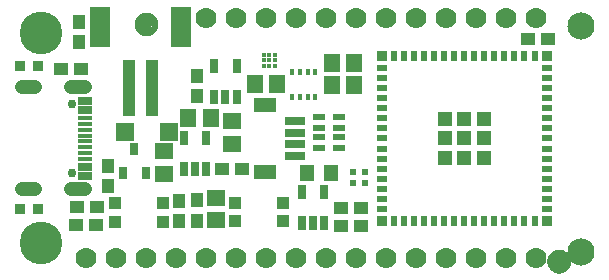
<source format=gbr>
G04 EAGLE Gerber RS-274X export*
G75*
%MOMM*%
%FSLAX34Y34*%
%LPD*%
%INSoldermask Top*%
%IPPOS*%
%AMOC8*
5,1,8,0,0,1.08239X$1,22.5*%
G01*
%ADD10C,2.301600*%
%ADD11R,1.601600X1.341600*%
%ADD12C,1.101600*%
%ADD13C,0.469900*%
%ADD14C,3.617600*%
%ADD15R,0.651600X1.301600*%
%ADD16R,1.501600X1.501600*%
%ADD17C,1.778000*%
%ADD18R,1.101600X4.701600*%
%ADD19R,1.701600X3.501600*%
%ADD20R,0.901600X0.901600*%
%ADD21R,1.176600X1.101600*%
%ADD22R,1.341600X1.601600*%
%ADD23R,1.001600X1.001600*%
%ADD24R,1.101600X1.176600*%
%ADD25R,0.736600X1.117600*%
%ADD26R,1.251600X0.676600*%
%ADD27R,1.251600X0.376600*%
%ADD28C,1.209600*%
%ADD29C,0.751600*%
%ADD30R,0.508000X0.914400*%
%ADD31R,0.914400X0.508000*%
%ADD32R,0.914400X0.914400*%
%ADD33R,1.295400X1.295400*%
%ADD34C,0.376600*%
%ADD35R,1.651600X0.701600*%
%ADD36R,1.901600X1.301600*%
%ADD37R,0.601600X0.601600*%
%ADD38R,0.451600X0.601600*%
%ADD39R,1.301600X1.401600*%
%ADD40R,1.001600X0.551600*%


D10*
X482600Y18415D03*
X482600Y209550D03*
D11*
X129432Y103430D03*
X129432Y84430D03*
X173378Y64018D03*
X173378Y45018D03*
D12*
X114300Y210820D03*
D13*
X121800Y210820D02*
X121798Y211001D01*
X121791Y211182D01*
X121780Y211363D01*
X121765Y211544D01*
X121745Y211724D01*
X121721Y211904D01*
X121693Y212083D01*
X121660Y212261D01*
X121623Y212438D01*
X121582Y212615D01*
X121537Y212790D01*
X121487Y212965D01*
X121433Y213138D01*
X121375Y213309D01*
X121313Y213480D01*
X121246Y213648D01*
X121176Y213815D01*
X121102Y213981D01*
X121023Y214144D01*
X120941Y214305D01*
X120855Y214465D01*
X120765Y214622D01*
X120671Y214777D01*
X120574Y214930D01*
X120472Y215080D01*
X120368Y215228D01*
X120259Y215374D01*
X120148Y215516D01*
X120032Y215656D01*
X119914Y215793D01*
X119792Y215928D01*
X119667Y216059D01*
X119539Y216187D01*
X119408Y216312D01*
X119273Y216434D01*
X119136Y216552D01*
X118996Y216668D01*
X118854Y216779D01*
X118708Y216888D01*
X118560Y216992D01*
X118410Y217094D01*
X118257Y217191D01*
X118102Y217285D01*
X117945Y217375D01*
X117785Y217461D01*
X117624Y217543D01*
X117461Y217622D01*
X117295Y217696D01*
X117128Y217766D01*
X116960Y217833D01*
X116789Y217895D01*
X116618Y217953D01*
X116445Y218007D01*
X116270Y218057D01*
X116095Y218102D01*
X115918Y218143D01*
X115741Y218180D01*
X115563Y218213D01*
X115384Y218241D01*
X115204Y218265D01*
X115024Y218285D01*
X114843Y218300D01*
X114662Y218311D01*
X114481Y218318D01*
X114300Y218320D01*
X121800Y210820D02*
X121798Y210639D01*
X121791Y210458D01*
X121780Y210277D01*
X121765Y210096D01*
X121745Y209916D01*
X121721Y209736D01*
X121693Y209557D01*
X121660Y209379D01*
X121623Y209202D01*
X121582Y209025D01*
X121537Y208850D01*
X121487Y208675D01*
X121433Y208502D01*
X121375Y208331D01*
X121313Y208160D01*
X121246Y207992D01*
X121176Y207825D01*
X121102Y207659D01*
X121023Y207496D01*
X120941Y207335D01*
X120855Y207175D01*
X120765Y207018D01*
X120671Y206863D01*
X120574Y206710D01*
X120472Y206560D01*
X120368Y206412D01*
X120259Y206266D01*
X120148Y206124D01*
X120032Y205984D01*
X119914Y205847D01*
X119792Y205712D01*
X119667Y205581D01*
X119539Y205453D01*
X119408Y205328D01*
X119273Y205206D01*
X119136Y205088D01*
X118996Y204972D01*
X118854Y204861D01*
X118708Y204752D01*
X118560Y204648D01*
X118410Y204546D01*
X118257Y204449D01*
X118102Y204355D01*
X117945Y204265D01*
X117785Y204179D01*
X117624Y204097D01*
X117461Y204018D01*
X117295Y203944D01*
X117128Y203874D01*
X116960Y203807D01*
X116789Y203745D01*
X116618Y203687D01*
X116445Y203633D01*
X116270Y203583D01*
X116095Y203538D01*
X115918Y203497D01*
X115741Y203460D01*
X115563Y203427D01*
X115384Y203399D01*
X115204Y203375D01*
X115024Y203355D01*
X114843Y203340D01*
X114662Y203329D01*
X114481Y203322D01*
X114300Y203320D01*
X114119Y203322D01*
X113938Y203329D01*
X113757Y203340D01*
X113576Y203355D01*
X113396Y203375D01*
X113216Y203399D01*
X113037Y203427D01*
X112859Y203460D01*
X112682Y203497D01*
X112505Y203538D01*
X112330Y203583D01*
X112155Y203633D01*
X111982Y203687D01*
X111811Y203745D01*
X111640Y203807D01*
X111472Y203874D01*
X111305Y203944D01*
X111139Y204018D01*
X110976Y204097D01*
X110815Y204179D01*
X110655Y204265D01*
X110498Y204355D01*
X110343Y204449D01*
X110190Y204546D01*
X110040Y204648D01*
X109892Y204752D01*
X109746Y204861D01*
X109604Y204972D01*
X109464Y205088D01*
X109327Y205206D01*
X109192Y205328D01*
X109061Y205453D01*
X108933Y205581D01*
X108808Y205712D01*
X108686Y205847D01*
X108568Y205984D01*
X108452Y206124D01*
X108341Y206266D01*
X108232Y206412D01*
X108128Y206560D01*
X108026Y206710D01*
X107929Y206863D01*
X107835Y207018D01*
X107745Y207175D01*
X107659Y207335D01*
X107577Y207496D01*
X107498Y207659D01*
X107424Y207825D01*
X107354Y207992D01*
X107287Y208160D01*
X107225Y208331D01*
X107167Y208502D01*
X107113Y208675D01*
X107063Y208850D01*
X107018Y209025D01*
X106977Y209202D01*
X106940Y209379D01*
X106907Y209557D01*
X106879Y209736D01*
X106855Y209916D01*
X106835Y210096D01*
X106820Y210277D01*
X106809Y210458D01*
X106802Y210639D01*
X106800Y210820D01*
X106802Y211001D01*
X106809Y211182D01*
X106820Y211363D01*
X106835Y211544D01*
X106855Y211724D01*
X106879Y211904D01*
X106907Y212083D01*
X106940Y212261D01*
X106977Y212438D01*
X107018Y212615D01*
X107063Y212790D01*
X107113Y212965D01*
X107167Y213138D01*
X107225Y213309D01*
X107287Y213480D01*
X107354Y213648D01*
X107424Y213815D01*
X107498Y213981D01*
X107577Y214144D01*
X107659Y214305D01*
X107745Y214465D01*
X107835Y214622D01*
X107929Y214777D01*
X108026Y214930D01*
X108128Y215080D01*
X108232Y215228D01*
X108341Y215374D01*
X108452Y215516D01*
X108568Y215656D01*
X108686Y215793D01*
X108808Y215928D01*
X108933Y216059D01*
X109061Y216187D01*
X109192Y216312D01*
X109327Y216434D01*
X109464Y216552D01*
X109604Y216668D01*
X109746Y216779D01*
X109892Y216888D01*
X110040Y216992D01*
X110190Y217094D01*
X110343Y217191D01*
X110498Y217285D01*
X110655Y217375D01*
X110815Y217461D01*
X110976Y217543D01*
X111139Y217622D01*
X111305Y217696D01*
X111472Y217766D01*
X111640Y217833D01*
X111811Y217895D01*
X111982Y217953D01*
X112155Y218007D01*
X112330Y218057D01*
X112505Y218102D01*
X112682Y218143D01*
X112859Y218180D01*
X113037Y218213D01*
X113216Y218241D01*
X113396Y218265D01*
X113576Y218285D01*
X113757Y218300D01*
X113938Y218311D01*
X114119Y218318D01*
X114300Y218320D01*
D12*
X463768Y9976D03*
D13*
X471268Y9976D02*
X471266Y10157D01*
X471259Y10338D01*
X471248Y10519D01*
X471233Y10700D01*
X471213Y10880D01*
X471189Y11060D01*
X471161Y11239D01*
X471128Y11417D01*
X471091Y11594D01*
X471050Y11771D01*
X471005Y11946D01*
X470955Y12121D01*
X470901Y12294D01*
X470843Y12465D01*
X470781Y12636D01*
X470714Y12804D01*
X470644Y12971D01*
X470570Y13137D01*
X470491Y13300D01*
X470409Y13461D01*
X470323Y13621D01*
X470233Y13778D01*
X470139Y13933D01*
X470042Y14086D01*
X469940Y14236D01*
X469836Y14384D01*
X469727Y14530D01*
X469616Y14672D01*
X469500Y14812D01*
X469382Y14949D01*
X469260Y15084D01*
X469135Y15215D01*
X469007Y15343D01*
X468876Y15468D01*
X468741Y15590D01*
X468604Y15708D01*
X468464Y15824D01*
X468322Y15935D01*
X468176Y16044D01*
X468028Y16148D01*
X467878Y16250D01*
X467725Y16347D01*
X467570Y16441D01*
X467413Y16531D01*
X467253Y16617D01*
X467092Y16699D01*
X466929Y16778D01*
X466763Y16852D01*
X466596Y16922D01*
X466428Y16989D01*
X466257Y17051D01*
X466086Y17109D01*
X465913Y17163D01*
X465738Y17213D01*
X465563Y17258D01*
X465386Y17299D01*
X465209Y17336D01*
X465031Y17369D01*
X464852Y17397D01*
X464672Y17421D01*
X464492Y17441D01*
X464311Y17456D01*
X464130Y17467D01*
X463949Y17474D01*
X463768Y17476D01*
X471268Y9976D02*
X471266Y9795D01*
X471259Y9614D01*
X471248Y9433D01*
X471233Y9252D01*
X471213Y9072D01*
X471189Y8892D01*
X471161Y8713D01*
X471128Y8535D01*
X471091Y8358D01*
X471050Y8181D01*
X471005Y8006D01*
X470955Y7831D01*
X470901Y7658D01*
X470843Y7487D01*
X470781Y7316D01*
X470714Y7148D01*
X470644Y6981D01*
X470570Y6815D01*
X470491Y6652D01*
X470409Y6491D01*
X470323Y6331D01*
X470233Y6174D01*
X470139Y6019D01*
X470042Y5866D01*
X469940Y5716D01*
X469836Y5568D01*
X469727Y5422D01*
X469616Y5280D01*
X469500Y5140D01*
X469382Y5003D01*
X469260Y4868D01*
X469135Y4737D01*
X469007Y4609D01*
X468876Y4484D01*
X468741Y4362D01*
X468604Y4244D01*
X468464Y4128D01*
X468322Y4017D01*
X468176Y3908D01*
X468028Y3804D01*
X467878Y3702D01*
X467725Y3605D01*
X467570Y3511D01*
X467413Y3421D01*
X467253Y3335D01*
X467092Y3253D01*
X466929Y3174D01*
X466763Y3100D01*
X466596Y3030D01*
X466428Y2963D01*
X466257Y2901D01*
X466086Y2843D01*
X465913Y2789D01*
X465738Y2739D01*
X465563Y2694D01*
X465386Y2653D01*
X465209Y2616D01*
X465031Y2583D01*
X464852Y2555D01*
X464672Y2531D01*
X464492Y2511D01*
X464311Y2496D01*
X464130Y2485D01*
X463949Y2478D01*
X463768Y2476D01*
X463587Y2478D01*
X463406Y2485D01*
X463225Y2496D01*
X463044Y2511D01*
X462864Y2531D01*
X462684Y2555D01*
X462505Y2583D01*
X462327Y2616D01*
X462150Y2653D01*
X461973Y2694D01*
X461798Y2739D01*
X461623Y2789D01*
X461450Y2843D01*
X461279Y2901D01*
X461108Y2963D01*
X460940Y3030D01*
X460773Y3100D01*
X460607Y3174D01*
X460444Y3253D01*
X460283Y3335D01*
X460123Y3421D01*
X459966Y3511D01*
X459811Y3605D01*
X459658Y3702D01*
X459508Y3804D01*
X459360Y3908D01*
X459214Y4017D01*
X459072Y4128D01*
X458932Y4244D01*
X458795Y4362D01*
X458660Y4484D01*
X458529Y4609D01*
X458401Y4737D01*
X458276Y4868D01*
X458154Y5003D01*
X458036Y5140D01*
X457920Y5280D01*
X457809Y5422D01*
X457700Y5568D01*
X457596Y5716D01*
X457494Y5866D01*
X457397Y6019D01*
X457303Y6174D01*
X457213Y6331D01*
X457127Y6491D01*
X457045Y6652D01*
X456966Y6815D01*
X456892Y6981D01*
X456822Y7148D01*
X456755Y7316D01*
X456693Y7487D01*
X456635Y7658D01*
X456581Y7831D01*
X456531Y8006D01*
X456486Y8181D01*
X456445Y8358D01*
X456408Y8535D01*
X456375Y8713D01*
X456347Y8892D01*
X456323Y9072D01*
X456303Y9252D01*
X456288Y9433D01*
X456277Y9614D01*
X456270Y9795D01*
X456268Y9976D01*
X456270Y10157D01*
X456277Y10338D01*
X456288Y10519D01*
X456303Y10700D01*
X456323Y10880D01*
X456347Y11060D01*
X456375Y11239D01*
X456408Y11417D01*
X456445Y11594D01*
X456486Y11771D01*
X456531Y11946D01*
X456581Y12121D01*
X456635Y12294D01*
X456693Y12465D01*
X456755Y12636D01*
X456822Y12804D01*
X456892Y12971D01*
X456966Y13137D01*
X457045Y13300D01*
X457127Y13461D01*
X457213Y13621D01*
X457303Y13778D01*
X457397Y13933D01*
X457494Y14086D01*
X457596Y14236D01*
X457700Y14384D01*
X457809Y14530D01*
X457920Y14672D01*
X458036Y14812D01*
X458154Y14949D01*
X458276Y15084D01*
X458401Y15215D01*
X458529Y15343D01*
X458660Y15468D01*
X458795Y15590D01*
X458932Y15708D01*
X459072Y15824D01*
X459214Y15935D01*
X459360Y16044D01*
X459508Y16148D01*
X459658Y16250D01*
X459811Y16347D01*
X459966Y16441D01*
X460123Y16531D01*
X460283Y16617D01*
X460444Y16699D01*
X460607Y16778D01*
X460773Y16852D01*
X460940Y16922D01*
X461108Y16989D01*
X461279Y17051D01*
X461450Y17109D01*
X461623Y17163D01*
X461798Y17213D01*
X461973Y17258D01*
X462150Y17299D01*
X462327Y17336D01*
X462505Y17369D01*
X462684Y17397D01*
X462864Y17421D01*
X463044Y17441D01*
X463225Y17456D01*
X463406Y17467D01*
X463587Y17474D01*
X463768Y17476D01*
D14*
X25400Y203200D03*
X25400Y25400D03*
D15*
X145948Y88599D03*
X155448Y88599D03*
X164948Y88599D03*
X164948Y114601D03*
X145948Y114601D03*
D16*
X133308Y119888D03*
X96308Y119888D03*
D17*
X444500Y12700D03*
X419100Y12700D03*
X393700Y12700D03*
X368300Y12700D03*
X342900Y12700D03*
X317500Y12700D03*
X292100Y12700D03*
X266700Y12700D03*
X241300Y12700D03*
X215900Y12700D03*
X190500Y12700D03*
X165100Y12700D03*
X139700Y12700D03*
X114300Y12700D03*
X88900Y12700D03*
X63500Y12700D03*
D18*
X99220Y156675D03*
X119220Y156675D03*
D19*
X75220Y208675D03*
X143220Y208675D03*
D17*
X165100Y215900D03*
X190500Y215900D03*
X215900Y215900D03*
X241300Y215900D03*
X266700Y215900D03*
X292100Y215900D03*
X317500Y215900D03*
X342900Y215900D03*
X368300Y215900D03*
X393700Y215900D03*
X419100Y215900D03*
X444500Y215900D03*
D15*
X171602Y149559D03*
X181102Y149559D03*
X190602Y149559D03*
X190602Y175561D03*
X171602Y175561D03*
D20*
X22105Y54610D03*
X7105Y54610D03*
D21*
X54873Y41148D03*
X71873Y41148D03*
D22*
X205892Y160020D03*
X224892Y160020D03*
D23*
X128450Y59435D03*
X128450Y43435D03*
X87450Y43435D03*
X87450Y59435D03*
D20*
X7105Y175260D03*
X22105Y175260D03*
D24*
X57150Y212970D03*
X57150Y195970D03*
D11*
X186563Y109880D03*
X186563Y128880D03*
D21*
X178190Y88773D03*
X195190Y88773D03*
D22*
X149885Y131318D03*
X168885Y131318D03*
D25*
X104013Y105123D03*
X113513Y85123D03*
X94513Y85123D03*
D21*
X72127Y56642D03*
X55127Y56642D03*
D24*
X141732Y44332D03*
X141732Y61332D03*
X156718Y150250D03*
X156718Y167250D03*
D26*
X62120Y146300D03*
X62120Y138300D03*
D27*
X62120Y131800D03*
X62120Y126800D03*
X62120Y121800D03*
X62120Y116800D03*
X62120Y111800D03*
X62120Y106800D03*
X62120Y101800D03*
X62120Y96800D03*
D26*
X62120Y90300D03*
X62120Y82300D03*
D28*
X20110Y157500D02*
X9030Y157500D01*
X9030Y71100D02*
X20110Y71100D01*
X50830Y71100D02*
X61910Y71100D01*
X61910Y157500D02*
X50830Y157500D01*
D29*
X51370Y85400D03*
X51370Y143200D03*
D24*
X81915Y74304D03*
X81915Y91304D03*
D21*
X42300Y172720D03*
X59300Y172720D03*
D30*
X442849Y184300D03*
X442849Y44300D03*
X434349Y184300D03*
X434349Y44300D03*
X425849Y184300D03*
X425849Y44300D03*
X417349Y184300D03*
X417349Y44300D03*
X408849Y184300D03*
X408849Y44300D03*
X400349Y184300D03*
X400349Y44300D03*
X391849Y184300D03*
X391849Y44300D03*
X383349Y184300D03*
X383349Y44300D03*
X374849Y184300D03*
X374849Y44300D03*
X366349Y184300D03*
X366349Y44300D03*
X357849Y184300D03*
X357849Y44300D03*
X349349Y184300D03*
X349349Y44300D03*
X340849Y184300D03*
X340849Y44300D03*
X332349Y184300D03*
X332349Y44300D03*
X323849Y184300D03*
X323849Y44300D03*
D31*
X313349Y173800D03*
X313349Y165300D03*
X313349Y156800D03*
X313349Y148300D03*
X313349Y139800D03*
X313349Y131300D03*
X313349Y122800D03*
X313349Y114300D03*
X313349Y105800D03*
X313349Y97300D03*
X313349Y88800D03*
X313349Y80300D03*
X313349Y71800D03*
X313349Y63300D03*
X313349Y54800D03*
X453349Y173800D03*
X453349Y165300D03*
X453349Y156800D03*
X453349Y148300D03*
X453349Y139800D03*
X453349Y131300D03*
X453349Y122800D03*
X453349Y114300D03*
X453349Y105800D03*
X453349Y97300D03*
X453349Y88800D03*
X453349Y80300D03*
X453349Y71800D03*
X453349Y63300D03*
X453349Y54800D03*
D32*
X453349Y184300D03*
X453349Y44300D03*
D33*
X399849Y114300D03*
D32*
X313349Y184300D03*
X313349Y44300D03*
D33*
X383349Y114300D03*
X366849Y114300D03*
X399849Y130800D03*
X383349Y130800D03*
X366849Y130800D03*
X399849Y97800D03*
X383349Y97800D03*
X366849Y97800D03*
D23*
X230050Y60070D03*
X230050Y44070D03*
X189050Y44070D03*
X189050Y60070D03*
D34*
X213440Y175340D03*
X218440Y175340D03*
X223440Y175340D03*
X213440Y180340D03*
X218440Y180340D03*
X223440Y180340D03*
X213440Y185340D03*
X218440Y185340D03*
X223440Y185340D03*
D24*
X157480Y44840D03*
X157480Y61840D03*
D35*
X240380Y109300D03*
X240380Y119300D03*
X240380Y99300D03*
X240380Y129300D03*
D36*
X214898Y142300D03*
X214898Y86300D03*
D37*
X299005Y76780D03*
X299005Y85780D03*
X289005Y85780D03*
X289005Y76780D03*
D21*
X279155Y55245D03*
X296155Y55245D03*
X296155Y40005D03*
X279155Y40005D03*
D22*
X271170Y178435D03*
X290170Y178435D03*
X271170Y159385D03*
X290170Y159385D03*
D21*
X437270Y198120D03*
X454270Y198120D03*
D38*
X237900Y170270D03*
X244400Y170270D03*
X250900Y170270D03*
X257400Y170270D03*
X257400Y149770D03*
X250900Y149770D03*
X244400Y149770D03*
X237900Y149770D03*
D39*
X250190Y85090D03*
X270510Y85090D03*
D15*
X245770Y42879D03*
X255270Y42879D03*
X264770Y42879D03*
X264770Y68881D03*
X245770Y68881D03*
D40*
X277740Y132380D03*
X260740Y132380D03*
X277740Y123380D03*
X277740Y115380D03*
X277740Y106380D03*
X260740Y106380D03*
X260740Y123380D03*
X260740Y115380D03*
M02*

</source>
